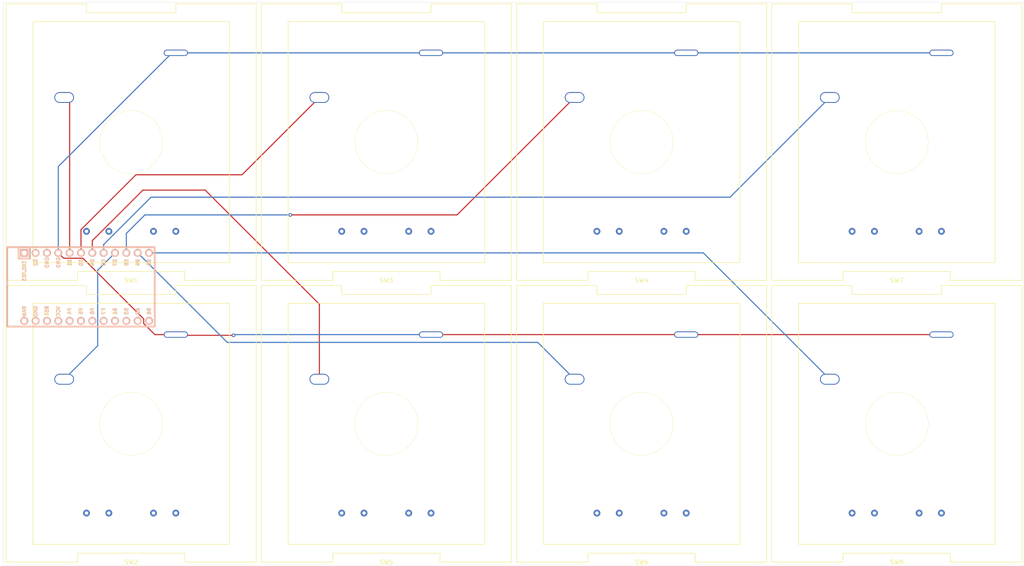
<source format=kicad_pcb>
(kicad_pcb (version 20171130) (host pcbnew "(5.1.8)-1")

  (general
    (thickness 1.6)
    (drawings 4)
    (tracks 48)
    (zones 0)
    (modules 9)
    (nets 25)
  )

  (page A4)
  (layers
    (0 F.Cu signal)
    (31 B.Cu signal)
    (32 B.Adhes user)
    (33 F.Adhes user)
    (34 B.Paste user)
    (35 F.Paste user)
    (36 B.SilkS user)
    (37 F.SilkS user)
    (38 B.Mask user)
    (39 F.Mask user)
    (40 Dwgs.User user)
    (41 Cmts.User user)
    (42 Eco1.User user)
    (43 Eco2.User user)
    (44 Edge.Cuts user)
    (45 Margin user)
    (46 B.CrtYd user)
    (47 F.CrtYd user)
    (48 B.Fab user)
    (49 F.Fab user)
  )

  (setup
    (last_trace_width 0.25)
    (trace_clearance 0.2)
    (zone_clearance 0.508)
    (zone_45_only no)
    (trace_min 0.2)
    (via_size 0.8)
    (via_drill 0.4)
    (via_min_size 0.4)
    (via_min_drill 0.3)
    (uvia_size 0.3)
    (uvia_drill 0.1)
    (uvias_allowed no)
    (uvia_min_size 0.2)
    (uvia_min_drill 0.1)
    (edge_width 0.05)
    (segment_width 0.2)
    (pcb_text_width 0.3)
    (pcb_text_size 1.5 1.5)
    (mod_edge_width 0.12)
    (mod_text_size 1 1)
    (mod_text_width 0.15)
    (pad_size 1.524 1.524)
    (pad_drill 0.762)
    (pad_to_mask_clearance 0)
    (aux_axis_origin 0 0)
    (visible_elements FFFFFF7F)
    (pcbplotparams
      (layerselection 0x010fc_ffffffff)
      (usegerberextensions false)
      (usegerberattributes true)
      (usegerberadvancedattributes true)
      (creategerberjobfile true)
      (excludeedgelayer true)
      (linewidth 0.100000)
      (plotframeref false)
      (viasonmask false)
      (mode 1)
      (useauxorigin false)
      (hpglpennumber 1)
      (hpglpenspeed 20)
      (hpglpendiameter 15.000000)
      (psnegative false)
      (psa4output false)
      (plotreference true)
      (plotvalue true)
      (plotinvisibletext false)
      (padsonsilk false)
      (subtractmaskfromsilk false)
      (outputformat 1)
      (mirror false)
      (drillshape 1)
      (scaleselection 1)
      (outputdirectory ""))
  )

  (net 0 "")
  (net 1 GND)
  (net 2 sw1)
  (net 3 sw5)
  (net 4 sw2)
  (net 5 sw6)
  (net 6 sw3)
  (net 7 sw7)
  (net 8 sw4)
  (net 9 sw8)
  (net 10 "Net-(U1-Pad24)")
  (net 11 "Net-(U1-Pad23)")
  (net 12 "Net-(U1-Pad22)")
  (net 13 "Net-(U1-Pad21)")
  (net 14 "Net-(U1-Pad20)")
  (net 15 "Net-(U1-Pad19)")
  (net 16 "Net-(U1-Pad18)")
  (net 17 "Net-(U1-Pad17)")
  (net 18 "Net-(U1-Pad16)")
  (net 19 "Net-(U1-Pad15)")
  (net 20 "Net-(U1-Pad14)")
  (net 21 "Net-(U1-Pad13)")
  (net 22 "Net-(U1-Pad3)")
  (net 23 "Net-(U1-Pad2)")
  (net 24 "Net-(U1-Pad1)")

  (net_class Default "This is the default net class."
    (clearance 0.2)
    (trace_width 0.25)
    (via_dia 0.8)
    (via_drill 0.4)
    (uvia_dia 0.3)
    (uvia_drill 0.1)
    (add_net GND)
    (add_net "Net-(U1-Pad1)")
    (add_net "Net-(U1-Pad13)")
    (add_net "Net-(U1-Pad14)")
    (add_net "Net-(U1-Pad15)")
    (add_net "Net-(U1-Pad16)")
    (add_net "Net-(U1-Pad17)")
    (add_net "Net-(U1-Pad18)")
    (add_net "Net-(U1-Pad19)")
    (add_net "Net-(U1-Pad2)")
    (add_net "Net-(U1-Pad20)")
    (add_net "Net-(U1-Pad21)")
    (add_net "Net-(U1-Pad22)")
    (add_net "Net-(U1-Pad23)")
    (add_net "Net-(U1-Pad24)")
    (add_net "Net-(U1-Pad3)")
    (add_net sw1)
    (add_net sw2)
    (add_net sw3)
    (add_net sw4)
    (add_net sw5)
    (add_net sw6)
    (add_net sw7)
    (add_net sw8)
  )

  (module Keebio-Parts:ArduinoProMicro (layer B.Cu) (tedit 5B307E4C) (tstamp 60103377)
    (at 52.832 89.154)
    (path /60103EC5)
    (fp_text reference U1 (at 0 -1.625) (layer B.SilkS) hide
      (effects (font (size 1.27 1.524) (thickness 0.2032)) (justify mirror))
    )
    (fp_text value ProMicro (at 0 0) (layer B.SilkS) hide
      (effects (font (size 1.27 1.524) (thickness 0.2032)) (justify mirror))
    )
    (fp_text user ST (at -8.91 5.04 -90) (layer F.SilkS)
      (effects (font (size 0.8 0.8) (thickness 0.15)))
    )
    (fp_text user TX0/D3 (at -13.97 -3.571872 -90) (layer B.SilkS)
      (effects (font (size 0.8 0.8) (thickness 0.15)) (justify mirror))
    )
    (fp_text user TX0/D3 (at -13.97 -3.571872 -90) (layer F.SilkS)
      (effects (font (size 0.8 0.8) (thickness 0.15)))
    )
    (fp_text user D2 (at -11.43 -5.461 -90) (layer B.SilkS)
      (effects (font (size 0.8 0.8) (thickness 0.15)) (justify mirror))
    )
    (fp_text user D0 (at -1.27 -5.461 -90) (layer B.SilkS)
      (effects (font (size 0.8 0.8) (thickness 0.15)) (justify mirror))
    )
    (fp_text user D1 (at -3.81 -5.461 -90) (layer B.SilkS)
      (effects (font (size 0.8 0.8) (thickness 0.15)) (justify mirror))
    )
    (fp_text user GND (at -6.35 -5.461 -90) (layer B.SilkS)
      (effects (font (size 0.8 0.8) (thickness 0.15)) (justify mirror))
    )
    (fp_text user GND (at -8.89 -5.461 -90) (layer B.SilkS)
      (effects (font (size 0.8 0.8) (thickness 0.15)) (justify mirror))
    )
    (fp_text user D4 (at 1.27 -5.461 -90) (layer B.SilkS)
      (effects (font (size 0.8 0.8) (thickness 0.15)) (justify mirror))
    )
    (fp_text user C6 (at 3.81 -5.461 -90) (layer B.SilkS)
      (effects (font (size 0.8 0.8) (thickness 0.15)) (justify mirror))
    )
    (fp_text user D7 (at 6.35 -5.461 -90) (layer B.SilkS)
      (effects (font (size 0.8 0.8) (thickness 0.15)) (justify mirror))
    )
    (fp_text user E6 (at 8.89 -5.461 -90) (layer B.SilkS)
      (effects (font (size 0.8 0.8) (thickness 0.15)) (justify mirror))
    )
    (fp_text user B4 (at 11.43 -5.461 -90) (layer B.SilkS)
      (effects (font (size 0.8 0.8) (thickness 0.15)) (justify mirror))
    )
    (fp_text user B5 (at 13.97 -5.461 -90) (layer B.SilkS)
      (effects (font (size 0.8 0.8) (thickness 0.15)) (justify mirror))
    )
    (fp_text user B6 (at 13.97 5.461 -90) (layer B.SilkS)
      (effects (font (size 0.8 0.8) (thickness 0.15)) (justify mirror))
    )
    (fp_text user B2 (at 11.43 5.461 -90) (layer F.SilkS)
      (effects (font (size 0.8 0.8) (thickness 0.15)))
    )
    (fp_text user B3 (at 8.89 5.461 -90) (layer B.SilkS)
      (effects (font (size 0.8 0.8) (thickness 0.15)) (justify mirror))
    )
    (fp_text user B1 (at 6.35 5.461 -90) (layer B.SilkS)
      (effects (font (size 0.8 0.8) (thickness 0.15)) (justify mirror))
    )
    (fp_text user F7 (at 3.81 5.461 -90) (layer F.SilkS)
      (effects (font (size 0.8 0.8) (thickness 0.15)))
    )
    (fp_text user F6 (at 1.27 5.461 -90) (layer F.SilkS)
      (effects (font (size 0.8 0.8) (thickness 0.15)))
    )
    (fp_text user F5 (at -1.27 5.461 -90) (layer F.SilkS)
      (effects (font (size 0.8 0.8) (thickness 0.15)))
    )
    (fp_text user F4 (at -3.81 5.461 -90) (layer B.SilkS)
      (effects (font (size 0.8 0.8) (thickness 0.15)) (justify mirror))
    )
    (fp_text user VCC (at -6.35 5.461 -90) (layer B.SilkS)
      (effects (font (size 0.8 0.8) (thickness 0.15)) (justify mirror))
    )
    (fp_text user ST (at -8.92 5.73312 -90) (layer B.SilkS)
      (effects (font (size 0.8 0.8) (thickness 0.15)) (justify mirror))
    )
    (fp_text user GND (at -11.43 5.461 -90) (layer B.SilkS)
      (effects (font (size 0.8 0.8) (thickness 0.15)) (justify mirror))
    )
    (fp_text user RAW (at -13.97 5.461 -90) (layer B.SilkS)
      (effects (font (size 0.8 0.8) (thickness 0.15)) (justify mirror))
    )
    (fp_text user RAW (at -13.97 5.461 -90) (layer F.SilkS)
      (effects (font (size 0.8 0.8) (thickness 0.15)))
    )
    (fp_text user GND (at -11.43 5.461 -90) (layer F.SilkS)
      (effects (font (size 0.8 0.8) (thickness 0.15)))
    )
    (fp_text user VCC (at -6.35 5.461 -90) (layer F.SilkS)
      (effects (font (size 0.8 0.8) (thickness 0.15)))
    )
    (fp_text user F4 (at -3.81 5.461 -90) (layer F.SilkS)
      (effects (font (size 0.8 0.8) (thickness 0.15)))
    )
    (fp_text user F5 (at -1.27 5.461 -90) (layer B.SilkS)
      (effects (font (size 0.8 0.8) (thickness 0.15)) (justify mirror))
    )
    (fp_text user F6 (at 1.27 5.461 -90) (layer B.SilkS)
      (effects (font (size 0.8 0.8) (thickness 0.15)) (justify mirror))
    )
    (fp_text user F7 (at 3.81 5.461 -90) (layer B.SilkS)
      (effects (font (size 0.8 0.8) (thickness 0.15)) (justify mirror))
    )
    (fp_text user B1 (at 6.35 5.461 -90) (layer F.SilkS)
      (effects (font (size 0.8 0.8) (thickness 0.15)))
    )
    (fp_text user B3 (at 8.89 5.461 -90) (layer F.SilkS)
      (effects (font (size 0.8 0.8) (thickness 0.15)))
    )
    (fp_text user B2 (at 11.43 5.461 -90) (layer B.SilkS)
      (effects (font (size 0.8 0.8) (thickness 0.15)) (justify mirror))
    )
    (fp_text user B6 (at 13.97 5.461 -90) (layer F.SilkS)
      (effects (font (size 0.8 0.8) (thickness 0.15)))
    )
    (fp_text user B5 (at 13.97 -5.461 -90) (layer F.SilkS)
      (effects (font (size 0.8 0.8) (thickness 0.15)))
    )
    (fp_text user B4 (at 11.43 -5.461 -90) (layer F.SilkS)
      (effects (font (size 0.8 0.8) (thickness 0.15)))
    )
    (fp_text user E6 (at 8.89 -5.461 -90) (layer F.SilkS)
      (effects (font (size 0.8 0.8) (thickness 0.15)))
    )
    (fp_text user D7 (at 6.35 -5.461 -90) (layer F.SilkS)
      (effects (font (size 0.8 0.8) (thickness 0.15)))
    )
    (fp_text user C6 (at 3.81 -5.461 -90) (layer F.SilkS)
      (effects (font (size 0.8 0.8) (thickness 0.15)))
    )
    (fp_text user D4 (at 1.27 -5.461 -90) (layer F.SilkS)
      (effects (font (size 0.8 0.8) (thickness 0.15)))
    )
    (fp_text user GND (at -8.89 -5.461 -90) (layer F.SilkS)
      (effects (font (size 0.8 0.8) (thickness 0.15)))
    )
    (fp_text user GND (at -6.35 -5.461 -90) (layer F.SilkS)
      (effects (font (size 0.8 0.8) (thickness 0.15)))
    )
    (fp_text user D1 (at -3.81 -5.461 -90) (layer F.SilkS)
      (effects (font (size 0.8 0.8) (thickness 0.15)))
    )
    (fp_text user D0 (at -1.27 -5.461 -90) (layer F.SilkS)
      (effects (font (size 0.8 0.8) (thickness 0.15)))
    )
    (fp_text user D2 (at -11.43 -5.461 -90) (layer F.SilkS)
      (effects (font (size 0.8 0.8) (thickness 0.15)))
    )
    (fp_line (start -12.7 -6.35) (end -12.7 -8.89) (layer F.SilkS) (width 0.381))
    (fp_line (start -15.24 -6.35) (end -12.7 -6.35) (layer F.SilkS) (width 0.381))
    (fp_line (start -15.24 -8.89) (end 15.24 -8.89) (layer B.SilkS) (width 0.381))
    (fp_line (start 15.24 -8.89) (end 15.24 8.89) (layer B.SilkS) (width 0.381))
    (fp_line (start 15.24 8.89) (end -15.24 8.89) (layer B.SilkS) (width 0.381))
    (fp_line (start -15.24 -6.35) (end -12.7 -6.35) (layer B.SilkS) (width 0.381))
    (fp_line (start -12.7 -6.35) (end -12.7 -8.89) (layer B.SilkS) (width 0.381))
    (fp_poly (pts (xy -9.36064 4.931568) (xy -9.06064 4.931568) (xy -9.06064 4.831568) (xy -9.36064 4.831568)) (layer B.SilkS) (width 0.15))
    (fp_poly (pts (xy -8.96064 4.731568) (xy -8.86064 4.731568) (xy -8.86064 4.631568) (xy -8.96064 4.631568)) (layer B.SilkS) (width 0.15))
    (fp_poly (pts (xy -9.36064 4.931568) (xy -9.26064 4.931568) (xy -9.26064 4.431568) (xy -9.36064 4.431568)) (layer B.SilkS) (width 0.15))
    (fp_poly (pts (xy -9.36064 4.531568) (xy -8.56064 4.531568) (xy -8.56064 4.431568) (xy -9.36064 4.431568)) (layer B.SilkS) (width 0.15))
    (fp_poly (pts (xy -8.76064 4.931568) (xy -8.56064 4.931568) (xy -8.56064 4.831568) (xy -8.76064 4.831568)) (layer B.SilkS) (width 0.15))
    (fp_poly (pts (xy -8.95097 6.044635) (xy -8.85097 6.044635) (xy -8.85097 6.144635) (xy -8.95097 6.144635)) (layer F.SilkS) (width 0.15))
    (fp_poly (pts (xy -9.35097 6.244635) (xy -8.55097 6.244635) (xy -8.55097 6.344635) (xy -9.35097 6.344635)) (layer F.SilkS) (width 0.15))
    (fp_poly (pts (xy -8.75097 5.844635) (xy -8.55097 5.844635) (xy -8.55097 5.944635) (xy -8.75097 5.944635)) (layer F.SilkS) (width 0.15))
    (fp_poly (pts (xy -9.35097 5.844635) (xy -9.05097 5.844635) (xy -9.05097 5.944635) (xy -9.35097 5.944635)) (layer F.SilkS) (width 0.15))
    (fp_poly (pts (xy -9.35097 5.844635) (xy -9.25097 5.844635) (xy -9.25097 6.344635) (xy -9.35097 6.344635)) (layer F.SilkS) (width 0.15))
    (fp_line (start 15.24 8.89) (end -17.78 8.89) (layer F.SilkS) (width 0.381))
    (fp_line (start 15.24 -8.89) (end 15.24 8.89) (layer F.SilkS) (width 0.381))
    (fp_line (start -17.78 -8.89) (end 15.24 -8.89) (layer F.SilkS) (width 0.381))
    (fp_line (start -17.78 8.89) (end -17.78 -8.89) (layer F.SilkS) (width 0.381))
    (fp_line (start -15.24 8.89) (end -17.78 8.89) (layer B.SilkS) (width 0.381))
    (fp_line (start -17.78 8.89) (end -17.78 -8.89) (layer B.SilkS) (width 0.381))
    (fp_line (start -17.78 -8.89) (end -15.24 -8.89) (layer B.SilkS) (width 0.381))
    (fp_line (start -14.224 3.556) (end -14.224 -3.81) (layer Dwgs.User) (width 0.2))
    (fp_line (start -14.224 -3.81) (end -19.304 -3.81) (layer Dwgs.User) (width 0.2))
    (fp_line (start -19.304 -3.81) (end -19.304 3.556) (layer Dwgs.User) (width 0.2))
    (fp_line (start -19.304 3.556) (end -14.224 3.556) (layer Dwgs.User) (width 0.2))
    (fp_line (start -15.24 -6.35) (end -15.24 -8.89) (layer F.SilkS) (width 0.381))
    (fp_line (start -15.24 -6.35) (end -15.24 -8.89) (layer B.SilkS) (width 0.381))
    (pad 24 thru_hole circle (at -13.97 7.62) (size 1.7526 1.7526) (drill 1.0922) (layers *.Cu *.SilkS *.Mask)
      (net 10 "Net-(U1-Pad24)"))
    (pad 12 thru_hole circle (at 13.97 -7.62) (size 1.7526 1.7526) (drill 1.0922) (layers *.Cu *.SilkS *.Mask)
      (net 9 sw8))
    (pad 23 thru_hole circle (at -11.43 7.62) (size 1.7526 1.7526) (drill 1.0922) (layers *.Cu *.SilkS *.Mask)
      (net 11 "Net-(U1-Pad23)"))
    (pad 22 thru_hole circle (at -8.89 7.62) (size 1.7526 1.7526) (drill 1.0922) (layers *.Cu *.SilkS *.Mask)
      (net 12 "Net-(U1-Pad22)"))
    (pad 21 thru_hole circle (at -6.35 7.62) (size 1.7526 1.7526) (drill 1.0922) (layers *.Cu *.SilkS *.Mask)
      (net 13 "Net-(U1-Pad21)"))
    (pad 20 thru_hole circle (at -3.81 7.62) (size 1.7526 1.7526) (drill 1.0922) (layers *.Cu *.SilkS *.Mask)
      (net 14 "Net-(U1-Pad20)"))
    (pad 19 thru_hole circle (at -1.27 7.62) (size 1.7526 1.7526) (drill 1.0922) (layers *.Cu *.SilkS *.Mask)
      (net 15 "Net-(U1-Pad19)"))
    (pad 18 thru_hole circle (at 1.27 7.62) (size 1.7526 1.7526) (drill 1.0922) (layers *.Cu *.SilkS *.Mask)
      (net 16 "Net-(U1-Pad18)"))
    (pad 17 thru_hole circle (at 3.81 7.62) (size 1.7526 1.7526) (drill 1.0922) (layers *.Cu *.SilkS *.Mask)
      (net 17 "Net-(U1-Pad17)"))
    (pad 16 thru_hole circle (at 6.35 7.62) (size 1.7526 1.7526) (drill 1.0922) (layers *.Cu *.SilkS *.Mask)
      (net 18 "Net-(U1-Pad16)"))
    (pad 15 thru_hole circle (at 8.89 7.62) (size 1.7526 1.7526) (drill 1.0922) (layers *.Cu *.SilkS *.Mask)
      (net 19 "Net-(U1-Pad15)"))
    (pad 14 thru_hole circle (at 11.43 7.62) (size 1.7526 1.7526) (drill 1.0922) (layers *.Cu *.SilkS *.Mask)
      (net 20 "Net-(U1-Pad14)"))
    (pad 13 thru_hole circle (at 13.97 7.62) (size 1.7526 1.7526) (drill 1.0922) (layers *.Cu *.SilkS *.Mask)
      (net 21 "Net-(U1-Pad13)"))
    (pad 11 thru_hole circle (at 11.43 -7.62) (size 1.7526 1.7526) (drill 1.0922) (layers *.Cu *.SilkS *.Mask)
      (net 7 sw7))
    (pad 10 thru_hole circle (at 8.89 -7.62) (size 1.7526 1.7526) (drill 1.0922) (layers *.Cu *.SilkS *.Mask)
      (net 5 sw6))
    (pad 9 thru_hole circle (at 6.35 -7.62) (size 1.7526 1.7526) (drill 1.0922) (layers *.Cu *.SilkS *.Mask)
      (net 3 sw5))
    (pad 8 thru_hole circle (at 3.81 -7.62) (size 1.7526 1.7526) (drill 1.0922) (layers *.Cu *.SilkS *.Mask)
      (net 8 sw4))
    (pad 7 thru_hole circle (at 1.27 -7.62) (size 1.7526 1.7526) (drill 1.0922) (layers *.Cu *.SilkS *.Mask)
      (net 6 sw3))
    (pad 6 thru_hole circle (at -1.27 -7.62) (size 1.7526 1.7526) (drill 1.0922) (layers *.Cu *.SilkS *.Mask)
      (net 4 sw2))
    (pad 5 thru_hole circle (at -3.81 -7.62) (size 1.7526 1.7526) (drill 1.0922) (layers *.Cu *.SilkS *.Mask)
      (net 2 sw1))
    (pad 4 thru_hole circle (at -6.35 -7.62) (size 1.7526 1.7526) (drill 1.0922) (layers *.Cu *.SilkS *.Mask)
      (net 1 GND))
    (pad 3 thru_hole circle (at -8.89 -7.62) (size 1.7526 1.7526) (drill 1.0922) (layers *.Cu *.SilkS *.Mask)
      (net 22 "Net-(U1-Pad3)"))
    (pad 2 thru_hole circle (at -11.43 -7.62) (size 1.7526 1.7526) (drill 1.0922) (layers *.Cu *.SilkS *.Mask)
      (net 23 "Net-(U1-Pad2)"))
    (pad 1 thru_hole rect (at -13.97 -7.62) (size 1.7526 1.7526) (drill 1.0922) (layers *.Cu *.SilkS *.Mask)
      (net 24 "Net-(U1-Pad1)"))
    (model /Users/danny/Documents/proj/custom-keyboard/kicad-libs/3d_models/ArduinoProMicro.wrl
      (offset (xyz -13.96999979019165 -7.619999885559082 -5.841999912261963))
      (scale (xyz 0.395 0.395 0.395))
      (rotate (xyz 90 180 180))
    )
  )

  (module kailh_big_series:kailh_big_series (layer F.Cu) (tedit 5A5F6E07) (tstamp 6010330D)
    (at 234.2515 119.8555)
    (path /601031A4)
    (fp_text reference SW8 (at 0 31) (layer F.SilkS)
      (effects (font (size 1 1) (thickness 0.15)))
    )
    (fp_text value SW_Push (at 0 -31) (layer F.Fab)
      (effects (font (size 1 1) (thickness 0.15)))
    )
    (fp_line (start 22 27) (end 22 -27) (layer F.SilkS) (width 0.15))
    (fp_line (start 22 -27) (end -22 -27) (layer F.SilkS) (width 0.15))
    (fp_line (start -22 -27) (end -22 27) (layer F.SilkS) (width 0.15))
    (fp_line (start 22 27) (end -22 27) (layer F.SilkS) (width 0.15))
    (fp_line (start 12 31) (end 28 31) (layer F.SilkS) (width 0.15))
    (fp_line (start 12 31) (end 12 29) (layer F.SilkS) (width 0.15))
    (fp_line (start 12 29) (end -12 29) (layer F.SilkS) (width 0.15))
    (fp_line (start -12 29) (end -12 31) (layer F.SilkS) (width 0.15))
    (fp_line (start -12 31) (end -28 31) (layer F.SilkS) (width 0.15))
    (fp_line (start -10 -31) (end -28 -31) (layer F.SilkS) (width 0.15))
    (fp_line (start 28 -31) (end 10 -31) (layer F.SilkS) (width 0.15))
    (fp_line (start 10 -31) (end 10 -29) (layer F.SilkS) (width 0.15))
    (fp_line (start 10 -29) (end -10 -29) (layer F.SilkS) (width 0.15))
    (fp_line (start -10 -29) (end -10 -31) (layer F.SilkS) (width 0.15))
    (fp_line (start -28 -31) (end -28 31) (layer F.SilkS) (width 0.15))
    (fp_line (start 28 31) (end 28 -31) (layer F.SilkS) (width 0.15))
    (fp_circle (center 0 0) (end -7 0) (layer F.SilkS) (width 0.15))
    (pad "" thru_hole circle (at 0 0) (size 14 14) (drill 14) (layers *.Cu *.Mask))
    (pad 7 thru_hole circle (at -10 20) (size 1.524 1.524) (drill 0.762) (layers *.Cu *.Mask))
    (pad 6 thru_hole circle (at -5 20) (size 1.524 1.524) (drill 0.762) (layers *.Cu *.Mask))
    (pad 5 thru_hole circle (at 5 20) (size 1.524 1.524) (drill 0.762) (layers *.Cu *.Mask))
    (pad 4 thru_hole circle (at 10 20) (size 1.524 1.524) (drill 0.762) (layers *.Cu *.Mask))
    (pad 2 thru_hole oval (at 10 -20) (size 5.4 1.4) (drill oval 5 1) (layers *.Cu *.Mask)
      (net 1 GND))
    (pad 1 thru_hole oval (at -15 -10) (size 4.4 2.4) (drill oval 4 2) (layers *.Cu *.Mask)
      (net 9 sw8))
  )

  (module kailh_big_series:kailh_big_series (layer F.Cu) (tedit 5A5F6E07) (tstamp 601032F1)
    (at 234.2515 56.7055)
    (path /601001CA)
    (fp_text reference SW7 (at 0 31) (layer F.SilkS)
      (effects (font (size 1 1) (thickness 0.15)))
    )
    (fp_text value SW_Push (at 0 -31) (layer F.Fab)
      (effects (font (size 1 1) (thickness 0.15)))
    )
    (fp_line (start 22 27) (end 22 -27) (layer F.SilkS) (width 0.15))
    (fp_line (start 22 -27) (end -22 -27) (layer F.SilkS) (width 0.15))
    (fp_line (start -22 -27) (end -22 27) (layer F.SilkS) (width 0.15))
    (fp_line (start 22 27) (end -22 27) (layer F.SilkS) (width 0.15))
    (fp_line (start 12 31) (end 28 31) (layer F.SilkS) (width 0.15))
    (fp_line (start 12 31) (end 12 29) (layer F.SilkS) (width 0.15))
    (fp_line (start 12 29) (end -12 29) (layer F.SilkS) (width 0.15))
    (fp_line (start -12 29) (end -12 31) (layer F.SilkS) (width 0.15))
    (fp_line (start -12 31) (end -28 31) (layer F.SilkS) (width 0.15))
    (fp_line (start -10 -31) (end -28 -31) (layer F.SilkS) (width 0.15))
    (fp_line (start 28 -31) (end 10 -31) (layer F.SilkS) (width 0.15))
    (fp_line (start 10 -31) (end 10 -29) (layer F.SilkS) (width 0.15))
    (fp_line (start 10 -29) (end -10 -29) (layer F.SilkS) (width 0.15))
    (fp_line (start -10 -29) (end -10 -31) (layer F.SilkS) (width 0.15))
    (fp_line (start -28 -31) (end -28 31) (layer F.SilkS) (width 0.15))
    (fp_line (start 28 31) (end 28 -31) (layer F.SilkS) (width 0.15))
    (fp_circle (center 0 0) (end -7 0) (layer F.SilkS) (width 0.15))
    (pad "" thru_hole circle (at 0 0) (size 14 14) (drill 14) (layers *.Cu *.Mask))
    (pad 7 thru_hole circle (at -10 20) (size 1.524 1.524) (drill 0.762) (layers *.Cu *.Mask))
    (pad 6 thru_hole circle (at -5 20) (size 1.524 1.524) (drill 0.762) (layers *.Cu *.Mask))
    (pad 5 thru_hole circle (at 5 20) (size 1.524 1.524) (drill 0.762) (layers *.Cu *.Mask))
    (pad 4 thru_hole circle (at 10 20) (size 1.524 1.524) (drill 0.762) (layers *.Cu *.Mask))
    (pad 2 thru_hole oval (at 10 -20) (size 5.4 1.4) (drill oval 5 1) (layers *.Cu *.Mask)
      (net 1 GND))
    (pad 1 thru_hole oval (at -15 -10) (size 4.4 2.4) (drill oval 4 2) (layers *.Cu *.Mask)
      (net 8 sw4))
  )

  (module kailh_big_series:kailh_big_series (layer F.Cu) (tedit 5A5F6E07) (tstamp 601032D5)
    (at 177.1015 119.8555)
    (path /601027EF)
    (fp_text reference SW6 (at 0 31) (layer F.SilkS)
      (effects (font (size 1 1) (thickness 0.15)))
    )
    (fp_text value SW_Push (at 0 -31) (layer F.Fab)
      (effects (font (size 1 1) (thickness 0.15)))
    )
    (fp_line (start 22 27) (end 22 -27) (layer F.SilkS) (width 0.15))
    (fp_line (start 22 -27) (end -22 -27) (layer F.SilkS) (width 0.15))
    (fp_line (start -22 -27) (end -22 27) (layer F.SilkS) (width 0.15))
    (fp_line (start 22 27) (end -22 27) (layer F.SilkS) (width 0.15))
    (fp_line (start 12 31) (end 28 31) (layer F.SilkS) (width 0.15))
    (fp_line (start 12 31) (end 12 29) (layer F.SilkS) (width 0.15))
    (fp_line (start 12 29) (end -12 29) (layer F.SilkS) (width 0.15))
    (fp_line (start -12 29) (end -12 31) (layer F.SilkS) (width 0.15))
    (fp_line (start -12 31) (end -28 31) (layer F.SilkS) (width 0.15))
    (fp_line (start -10 -31) (end -28 -31) (layer F.SilkS) (width 0.15))
    (fp_line (start 28 -31) (end 10 -31) (layer F.SilkS) (width 0.15))
    (fp_line (start 10 -31) (end 10 -29) (layer F.SilkS) (width 0.15))
    (fp_line (start 10 -29) (end -10 -29) (layer F.SilkS) (width 0.15))
    (fp_line (start -10 -29) (end -10 -31) (layer F.SilkS) (width 0.15))
    (fp_line (start -28 -31) (end -28 31) (layer F.SilkS) (width 0.15))
    (fp_line (start 28 31) (end 28 -31) (layer F.SilkS) (width 0.15))
    (fp_circle (center 0 0) (end -7 0) (layer F.SilkS) (width 0.15))
    (pad "" thru_hole circle (at 0 0) (size 14 14) (drill 14) (layers *.Cu *.Mask))
    (pad 7 thru_hole circle (at -10 20) (size 1.524 1.524) (drill 0.762) (layers *.Cu *.Mask))
    (pad 6 thru_hole circle (at -5 20) (size 1.524 1.524) (drill 0.762) (layers *.Cu *.Mask))
    (pad 5 thru_hole circle (at 5 20) (size 1.524 1.524) (drill 0.762) (layers *.Cu *.Mask))
    (pad 4 thru_hole circle (at 10 20) (size 1.524 1.524) (drill 0.762) (layers *.Cu *.Mask))
    (pad 2 thru_hole oval (at 10 -20) (size 5.4 1.4) (drill oval 5 1) (layers *.Cu *.Mask)
      (net 1 GND))
    (pad 1 thru_hole oval (at -15 -10) (size 4.4 2.4) (drill oval 4 2) (layers *.Cu *.Mask)
      (net 7 sw7))
  )

  (module kailh_big_series:kailh_big_series (layer F.Cu) (tedit 5A5F6E07) (tstamp 601032B9)
    (at 119.9515 119.8555)
    (path /600FF535)
    (fp_text reference SW5 (at 0 31) (layer F.SilkS)
      (effects (font (size 1 1) (thickness 0.15)))
    )
    (fp_text value SW_Push (at 0 -31) (layer F.Fab)
      (effects (font (size 1 1) (thickness 0.15)))
    )
    (fp_line (start 22 27) (end 22 -27) (layer F.SilkS) (width 0.15))
    (fp_line (start 22 -27) (end -22 -27) (layer F.SilkS) (width 0.15))
    (fp_line (start -22 -27) (end -22 27) (layer F.SilkS) (width 0.15))
    (fp_line (start 22 27) (end -22 27) (layer F.SilkS) (width 0.15))
    (fp_line (start 12 31) (end 28 31) (layer F.SilkS) (width 0.15))
    (fp_line (start 12 31) (end 12 29) (layer F.SilkS) (width 0.15))
    (fp_line (start 12 29) (end -12 29) (layer F.SilkS) (width 0.15))
    (fp_line (start -12 29) (end -12 31) (layer F.SilkS) (width 0.15))
    (fp_line (start -12 31) (end -28 31) (layer F.SilkS) (width 0.15))
    (fp_line (start -10 -31) (end -28 -31) (layer F.SilkS) (width 0.15))
    (fp_line (start 28 -31) (end 10 -31) (layer F.SilkS) (width 0.15))
    (fp_line (start 10 -31) (end 10 -29) (layer F.SilkS) (width 0.15))
    (fp_line (start 10 -29) (end -10 -29) (layer F.SilkS) (width 0.15))
    (fp_line (start -10 -29) (end -10 -31) (layer F.SilkS) (width 0.15))
    (fp_line (start -28 -31) (end -28 31) (layer F.SilkS) (width 0.15))
    (fp_line (start 28 31) (end 28 -31) (layer F.SilkS) (width 0.15))
    (fp_circle (center 0 0) (end -7 0) (layer F.SilkS) (width 0.15))
    (pad "" thru_hole circle (at 0 0) (size 14 14) (drill 14) (layers *.Cu *.Mask))
    (pad 7 thru_hole circle (at -10 20) (size 1.524 1.524) (drill 0.762) (layers *.Cu *.Mask))
    (pad 6 thru_hole circle (at -5 20) (size 1.524 1.524) (drill 0.762) (layers *.Cu *.Mask))
    (pad 5 thru_hole circle (at 5 20) (size 1.524 1.524) (drill 0.762) (layers *.Cu *.Mask))
    (pad 4 thru_hole circle (at 10 20) (size 1.524 1.524) (drill 0.762) (layers *.Cu *.Mask))
    (pad 2 thru_hole oval (at 10 -20) (size 5.4 1.4) (drill oval 5 1) (layers *.Cu *.Mask)
      (net 1 GND))
    (pad 1 thru_hole oval (at -15 -10) (size 4.4 2.4) (drill oval 4 2) (layers *.Cu *.Mask)
      (net 6 sw3))
  )

  (module kailh_big_series:kailh_big_series (layer F.Cu) (tedit 5A5F6E07) (tstamp 6010329D)
    (at 177.1015 56.7055)
    (path /601020CC)
    (fp_text reference SW4 (at 0 31) (layer F.SilkS)
      (effects (font (size 1 1) (thickness 0.15)))
    )
    (fp_text value SW_Push (at 0 -31) (layer F.Fab)
      (effects (font (size 1 1) (thickness 0.15)))
    )
    (fp_line (start 22 27) (end 22 -27) (layer F.SilkS) (width 0.15))
    (fp_line (start 22 -27) (end -22 -27) (layer F.SilkS) (width 0.15))
    (fp_line (start -22 -27) (end -22 27) (layer F.SilkS) (width 0.15))
    (fp_line (start 22 27) (end -22 27) (layer F.SilkS) (width 0.15))
    (fp_line (start 12 31) (end 28 31) (layer F.SilkS) (width 0.15))
    (fp_line (start 12 31) (end 12 29) (layer F.SilkS) (width 0.15))
    (fp_line (start 12 29) (end -12 29) (layer F.SilkS) (width 0.15))
    (fp_line (start -12 29) (end -12 31) (layer F.SilkS) (width 0.15))
    (fp_line (start -12 31) (end -28 31) (layer F.SilkS) (width 0.15))
    (fp_line (start -10 -31) (end -28 -31) (layer F.SilkS) (width 0.15))
    (fp_line (start 28 -31) (end 10 -31) (layer F.SilkS) (width 0.15))
    (fp_line (start 10 -31) (end 10 -29) (layer F.SilkS) (width 0.15))
    (fp_line (start 10 -29) (end -10 -29) (layer F.SilkS) (width 0.15))
    (fp_line (start -10 -29) (end -10 -31) (layer F.SilkS) (width 0.15))
    (fp_line (start -28 -31) (end -28 31) (layer F.SilkS) (width 0.15))
    (fp_line (start 28 31) (end 28 -31) (layer F.SilkS) (width 0.15))
    (fp_circle (center 0 0) (end -7 0) (layer F.SilkS) (width 0.15))
    (pad "" thru_hole circle (at 0 0) (size 14 14) (drill 14) (layers *.Cu *.Mask))
    (pad 7 thru_hole circle (at -10 20) (size 1.524 1.524) (drill 0.762) (layers *.Cu *.Mask))
    (pad 6 thru_hole circle (at -5 20) (size 1.524 1.524) (drill 0.762) (layers *.Cu *.Mask))
    (pad 5 thru_hole circle (at 5 20) (size 1.524 1.524) (drill 0.762) (layers *.Cu *.Mask))
    (pad 4 thru_hole circle (at 10 20) (size 1.524 1.524) (drill 0.762) (layers *.Cu *.Mask))
    (pad 2 thru_hole oval (at 10 -20) (size 5.4 1.4) (drill oval 5 1) (layers *.Cu *.Mask)
      (net 1 GND))
    (pad 1 thru_hole oval (at -15 -10) (size 4.4 2.4) (drill oval 4 2) (layers *.Cu *.Mask)
      (net 5 sw6))
  )

  (module kailh_big_series:kailh_big_series (layer F.Cu) (tedit 5A5F6E07) (tstamp 60103281)
    (at 119.9515 56.7055)
    (path /600FDE96)
    (fp_text reference SW3 (at 0 31) (layer F.SilkS)
      (effects (font (size 1 1) (thickness 0.15)))
    )
    (fp_text value SW_Push (at 0 -31) (layer F.Fab)
      (effects (font (size 1 1) (thickness 0.15)))
    )
    (fp_line (start 22 27) (end 22 -27) (layer F.SilkS) (width 0.15))
    (fp_line (start 22 -27) (end -22 -27) (layer F.SilkS) (width 0.15))
    (fp_line (start -22 -27) (end -22 27) (layer F.SilkS) (width 0.15))
    (fp_line (start 22 27) (end -22 27) (layer F.SilkS) (width 0.15))
    (fp_line (start 12 31) (end 28 31) (layer F.SilkS) (width 0.15))
    (fp_line (start 12 31) (end 12 29) (layer F.SilkS) (width 0.15))
    (fp_line (start 12 29) (end -12 29) (layer F.SilkS) (width 0.15))
    (fp_line (start -12 29) (end -12 31) (layer F.SilkS) (width 0.15))
    (fp_line (start -12 31) (end -28 31) (layer F.SilkS) (width 0.15))
    (fp_line (start -10 -31) (end -28 -31) (layer F.SilkS) (width 0.15))
    (fp_line (start 28 -31) (end 10 -31) (layer F.SilkS) (width 0.15))
    (fp_line (start 10 -31) (end 10 -29) (layer F.SilkS) (width 0.15))
    (fp_line (start 10 -29) (end -10 -29) (layer F.SilkS) (width 0.15))
    (fp_line (start -10 -29) (end -10 -31) (layer F.SilkS) (width 0.15))
    (fp_line (start -28 -31) (end -28 31) (layer F.SilkS) (width 0.15))
    (fp_line (start 28 31) (end 28 -31) (layer F.SilkS) (width 0.15))
    (fp_circle (center 0 0) (end -7 0) (layer F.SilkS) (width 0.15))
    (pad "" thru_hole circle (at 0 0) (size 14 14) (drill 14) (layers *.Cu *.Mask))
    (pad 7 thru_hole circle (at -10 20) (size 1.524 1.524) (drill 0.762) (layers *.Cu *.Mask))
    (pad 6 thru_hole circle (at -5 20) (size 1.524 1.524) (drill 0.762) (layers *.Cu *.Mask))
    (pad 5 thru_hole circle (at 5 20) (size 1.524 1.524) (drill 0.762) (layers *.Cu *.Mask))
    (pad 4 thru_hole circle (at 10 20) (size 1.524 1.524) (drill 0.762) (layers *.Cu *.Mask))
    (pad 2 thru_hole oval (at 10 -20) (size 5.4 1.4) (drill oval 5 1) (layers *.Cu *.Mask)
      (net 1 GND))
    (pad 1 thru_hole oval (at -15 -10) (size 4.4 2.4) (drill oval 4 2) (layers *.Cu *.Mask)
      (net 4 sw2))
  )

  (module kailh_big_series:kailh_big_series (layer F.Cu) (tedit 5A5F6E07) (tstamp 60103265)
    (at 62.8015 119.8555)
    (path /60100FB5)
    (fp_text reference SW2 (at 0 31) (layer F.SilkS)
      (effects (font (size 1 1) (thickness 0.15)))
    )
    (fp_text value SW_Push (at 0 -31) (layer F.Fab)
      (effects (font (size 1 1) (thickness 0.15)))
    )
    (fp_line (start 22 27) (end 22 -27) (layer F.SilkS) (width 0.15))
    (fp_line (start 22 -27) (end -22 -27) (layer F.SilkS) (width 0.15))
    (fp_line (start -22 -27) (end -22 27) (layer F.SilkS) (width 0.15))
    (fp_line (start 22 27) (end -22 27) (layer F.SilkS) (width 0.15))
    (fp_line (start 12 31) (end 28 31) (layer F.SilkS) (width 0.15))
    (fp_line (start 12 31) (end 12 29) (layer F.SilkS) (width 0.15))
    (fp_line (start 12 29) (end -12 29) (layer F.SilkS) (width 0.15))
    (fp_line (start -12 29) (end -12 31) (layer F.SilkS) (width 0.15))
    (fp_line (start -12 31) (end -28 31) (layer F.SilkS) (width 0.15))
    (fp_line (start -10 -31) (end -28 -31) (layer F.SilkS) (width 0.15))
    (fp_line (start 28 -31) (end 10 -31) (layer F.SilkS) (width 0.15))
    (fp_line (start 10 -31) (end 10 -29) (layer F.SilkS) (width 0.15))
    (fp_line (start 10 -29) (end -10 -29) (layer F.SilkS) (width 0.15))
    (fp_line (start -10 -29) (end -10 -31) (layer F.SilkS) (width 0.15))
    (fp_line (start -28 -31) (end -28 31) (layer F.SilkS) (width 0.15))
    (fp_line (start 28 31) (end 28 -31) (layer F.SilkS) (width 0.15))
    (fp_circle (center 0 0) (end -7 0) (layer F.SilkS) (width 0.15))
    (pad "" thru_hole circle (at 0 0) (size 14 14) (drill 14) (layers *.Cu *.Mask))
    (pad 7 thru_hole circle (at -10 20) (size 1.524 1.524) (drill 0.762) (layers *.Cu *.Mask))
    (pad 6 thru_hole circle (at -5 20) (size 1.524 1.524) (drill 0.762) (layers *.Cu *.Mask))
    (pad 5 thru_hole circle (at 5 20) (size 1.524 1.524) (drill 0.762) (layers *.Cu *.Mask))
    (pad 4 thru_hole circle (at 10 20) (size 1.524 1.524) (drill 0.762) (layers *.Cu *.Mask))
    (pad 2 thru_hole oval (at 10 -20) (size 5.4 1.4) (drill oval 5 1) (layers *.Cu *.Mask)
      (net 1 GND))
    (pad 1 thru_hole oval (at -15 -10) (size 4.4 2.4) (drill oval 4 2) (layers *.Cu *.Mask)
      (net 3 sw5))
  )

  (module kailh_big_series:kailh_big_series (layer F.Cu) (tedit 5A5F6E07) (tstamp 60103249)
    (at 62.8015 56.7055)
    (path /600FD658)
    (fp_text reference SW1 (at 0 31) (layer F.SilkS)
      (effects (font (size 1 1) (thickness 0.15)))
    )
    (fp_text value SW_Push (at 0 -31) (layer F.Fab)
      (effects (font (size 1 1) (thickness 0.15)))
    )
    (fp_line (start 22 27) (end 22 -27) (layer F.SilkS) (width 0.15))
    (fp_line (start 22 -27) (end -22 -27) (layer F.SilkS) (width 0.15))
    (fp_line (start -22 -27) (end -22 27) (layer F.SilkS) (width 0.15))
    (fp_line (start 22 27) (end -22 27) (layer F.SilkS) (width 0.15))
    (fp_line (start 12 31) (end 28 31) (layer F.SilkS) (width 0.15))
    (fp_line (start 12 31) (end 12 29) (layer F.SilkS) (width 0.15))
    (fp_line (start 12 29) (end -12 29) (layer F.SilkS) (width 0.15))
    (fp_line (start -12 29) (end -12 31) (layer F.SilkS) (width 0.15))
    (fp_line (start -12 31) (end -28 31) (layer F.SilkS) (width 0.15))
    (fp_line (start -10 -31) (end -28 -31) (layer F.SilkS) (width 0.15))
    (fp_line (start 28 -31) (end 10 -31) (layer F.SilkS) (width 0.15))
    (fp_line (start 10 -31) (end 10 -29) (layer F.SilkS) (width 0.15))
    (fp_line (start 10 -29) (end -10 -29) (layer F.SilkS) (width 0.15))
    (fp_line (start -10 -29) (end -10 -31) (layer F.SilkS) (width 0.15))
    (fp_line (start -28 -31) (end -28 31) (layer F.SilkS) (width 0.15))
    (fp_line (start 28 31) (end 28 -31) (layer F.SilkS) (width 0.15))
    (fp_circle (center 0 0) (end -7 0) (layer F.SilkS) (width 0.15))
    (pad "" thru_hole circle (at 0 0) (size 14 14) (drill 14) (layers *.Cu *.Mask))
    (pad 7 thru_hole circle (at -10 20) (size 1.524 1.524) (drill 0.762) (layers *.Cu *.Mask))
    (pad 6 thru_hole circle (at -5 20) (size 1.524 1.524) (drill 0.762) (layers *.Cu *.Mask))
    (pad 5 thru_hole circle (at 5 20) (size 1.524 1.524) (drill 0.762) (layers *.Cu *.Mask))
    (pad 4 thru_hole circle (at 10 20) (size 1.524 1.524) (drill 0.762) (layers *.Cu *.Mask))
    (pad 2 thru_hole oval (at 10 -20) (size 5.4 1.4) (drill oval 5 1) (layers *.Cu *.Mask)
      (net 1 GND))
    (pad 1 thru_hole oval (at -15 -10) (size 4.4 2.4) (drill oval 4 2) (layers *.Cu *.Mask)
      (net 2 sw1))
  )

  (gr_line (start 34.13125 151.60625) (end 34.13125 25.4) (layer Edge.Cuts) (width 0.05) (tstamp 60103738))
  (gr_line (start 262.73125 151.60625) (end 34.13125 151.60625) (layer Edge.Cuts) (width 0.05))
  (gr_line (start 262.73125 25.4) (end 262.73125 151.60625) (layer Edge.Cuts) (width 0.05))
  (gr_line (start 34.13125 25.4) (end 262.73125 25.4) (layer Edge.Cuts) (width 0.05))

  (segment (start 244.2515 99.8555) (end 187.1015 99.8555) (width 0.25) (layer F.Cu) (net 1))
  (segment (start 187.1015 99.8555) (end 129.9515 99.8555) (width 0.25) (layer F.Cu) (net 1))
  (via (at 85.725 100.0125) (size 0.8) (drill 0.4) (layers F.Cu B.Cu) (net 1))
  (segment (start 85.882 99.8555) (end 85.725 100.0125) (width 0.25) (layer B.Cu) (net 1))
  (segment (start 129.9515 99.8555) (end 85.882 99.8555) (width 0.25) (layer B.Cu) (net 1))
  (segment (start 72.9585 100.0125) (end 72.8015 99.8555) (width 0.25) (layer F.Cu) (net 1))
  (segment (start 85.725 100.0125) (end 72.9585 100.0125) (width 0.25) (layer F.Cu) (net 1))
  (segment (start 72.8015 36.7055) (end 129.9515 36.7055) (width 0.25) (layer B.Cu) (net 1))
  (segment (start 129.9515 36.7055) (end 187.1015 36.7055) (width 0.25) (layer B.Cu) (net 1))
  (segment (start 187.1015 36.7055) (end 244.2515 36.7055) (width 0.25) (layer B.Cu) (net 1))
  (segment (start 71.960498 36.7055) (end 72.8015 36.7055) (width 0.25) (layer B.Cu) (net 1))
  (segment (start 46.482 62.183998) (end 71.960498 36.7055) (width 0.25) (layer B.Cu) (net 1))
  (segment (start 46.482 81.534) (end 46.482 62.183998) (width 0.25) (layer B.Cu) (net 1))
  (segment (start 47.683301 82.735301) (end 46.482 81.534) (width 0.25) (layer F.Cu) (net 1))
  (segment (start 65.600699 96.334773) (end 52.001227 82.735301) (width 0.25) (layer F.Cu) (net 1))
  (segment (start 65.600699 97.350625) (end 65.600699 96.334773) (width 0.25) (layer F.Cu) (net 1))
  (segment (start 52.001227 82.735301) (end 47.683301 82.735301) (width 0.25) (layer F.Cu) (net 1))
  (segment (start 68.105574 99.8555) (end 65.600699 97.350625) (width 0.25) (layer F.Cu) (net 1))
  (segment (start 72.8015 99.8555) (end 68.105574 99.8555) (width 0.25) (layer F.Cu) (net 1))
  (segment (start 49.022 47.926) (end 47.8015 46.7055) (width 0.25) (layer F.Cu) (net 2))
  (segment (start 49.022 81.534) (end 49.022 47.926) (width 0.25) (layer F.Cu) (net 2))
  (segment (start 55.303301 102.353699) (end 47.8015 109.8555) (width 0.25) (layer B.Cu) (net 3))
  (segment (start 55.303301 85.412699) (end 55.303301 102.353699) (width 0.25) (layer B.Cu) (net 3))
  (segment (start 59.182 81.534) (end 55.303301 85.412699) (width 0.25) (layer B.Cu) (net 3))
  (segment (start 87.626499 64.030501) (end 104.9515 46.7055) (width 0.25) (layer F.Cu) (net 4))
  (segment (start 63.867737 64.030501) (end 87.626499 64.030501) (width 0.25) (layer F.Cu) (net 4))
  (segment (start 51.562 76.336238) (end 63.867737 64.030501) (width 0.25) (layer F.Cu) (net 4))
  (segment (start 51.562 81.534) (end 51.562 76.336238) (width 0.25) (layer F.Cu) (net 4))
  (segment (start 61.722 81.534) (end 61.722 77.18425) (width 0.25) (layer B.Cu) (net 5))
  (via (at 98.425 73.025) (size 0.8) (drill 0.4) (layers F.Cu B.Cu) (net 5))
  (segment (start 65.88125 73.025) (end 98.425 73.025) (width 0.25) (layer B.Cu) (net 5))
  (segment (start 61.722 77.18425) (end 65.88125 73.025) (width 0.25) (layer B.Cu) (net 5))
  (segment (start 135.782 73.025) (end 162.1015 46.7055) (width 0.25) (layer F.Cu) (net 5))
  (segment (start 98.425 73.025) (end 135.782 73.025) (width 0.25) (layer F.Cu) (net 5))
  (segment (start 54.102 78.796238) (end 65.429488 67.46875) (width 0.25) (layer F.Cu) (net 6))
  (segment (start 54.102 81.534) (end 54.102 78.796238) (width 0.25) (layer F.Cu) (net 6))
  (segment (start 65.429488 67.46875) (end 79.375 67.46875) (width 0.25) (layer F.Cu) (net 6))
  (segment (start 104.9515 93.04525) (end 104.9515 109.8555) (width 0.25) (layer F.Cu) (net 6))
  (segment (start 79.375 67.46875) (end 104.9515 93.04525) (width 0.25) (layer F.Cu) (net 6))
  (segment (start 64.262 81.534) (end 84.328 101.6) (width 0.25) (layer B.Cu) (net 7))
  (segment (start 153.846 101.6) (end 162.1015 109.8555) (width 0.25) (layer B.Cu) (net 7))
  (segment (start 84.328 101.6) (end 153.846 101.6) (width 0.25) (layer B.Cu) (net 7))
  (segment (start 56.642 81.534) (end 56.642 79.66075) (width 0.25) (layer B.Cu) (net 8))
  (segment (start 56.642 79.66075) (end 67.2465 69.05625) (width 0.25) (layer B.Cu) (net 8))
  (segment (start 196.90075 69.05625) (end 219.2515 46.7055) (width 0.25) (layer B.Cu) (net 8))
  (segment (start 67.2465 69.05625) (end 196.90075 69.05625) (width 0.25) (layer B.Cu) (net 8))
  (segment (start 190.93 81.534) (end 219.2515 109.8555) (width 0.25) (layer B.Cu) (net 9))
  (segment (start 66.802 81.534) (end 190.93 81.534) (width 0.25) (layer B.Cu) (net 9))

)

</source>
